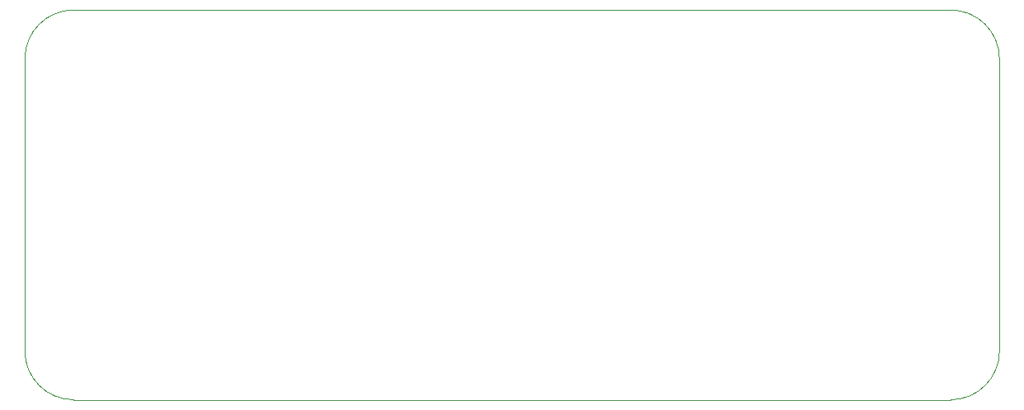
<source format=gm1>
G04 #@! TF.GenerationSoftware,KiCad,Pcbnew,(6.0.1)*
G04 #@! TF.CreationDate,2022-05-14T16:39:52+02:00*
G04 #@! TF.ProjectId,eurorack-PSU-extension,6575726f-7261-4636-9b2d-5053552d6578,rev?*
G04 #@! TF.SameCoordinates,Original*
G04 #@! TF.FileFunction,Profile,NP*
%FSLAX46Y46*%
G04 Gerber Fmt 4.6, Leading zero omitted, Abs format (unit mm)*
G04 Created by KiCad (PCBNEW (6.0.1)) date 2022-05-14 16:39:52*
%MOMM*%
%LPD*%
G01*
G04 APERTURE LIST*
G04 #@! TA.AperFunction,Profile*
%ADD10C,0.100000*%
G04 #@! TD*
G04 APERTURE END LIST*
D10*
X31000000Y-38000000D02*
X31000000Y-68000000D01*
X131000000Y-38000000D02*
G75*
G03*
X126000000Y-33000000I-5000000J0D01*
G01*
X126000000Y-33000000D02*
X36000000Y-33000000D01*
X31000000Y-68000000D02*
G75*
G03*
X36000000Y-73000000I5000000J0D01*
G01*
X126000000Y-73000000D02*
G75*
G03*
X131000000Y-68000000I0J5000000D01*
G01*
X131000000Y-68000000D02*
X131000000Y-38000000D01*
X36000000Y-33000000D02*
G75*
G03*
X31000000Y-38000000I0J-5000000D01*
G01*
X36000000Y-73000000D02*
X126000000Y-73000000D01*
M02*

</source>
